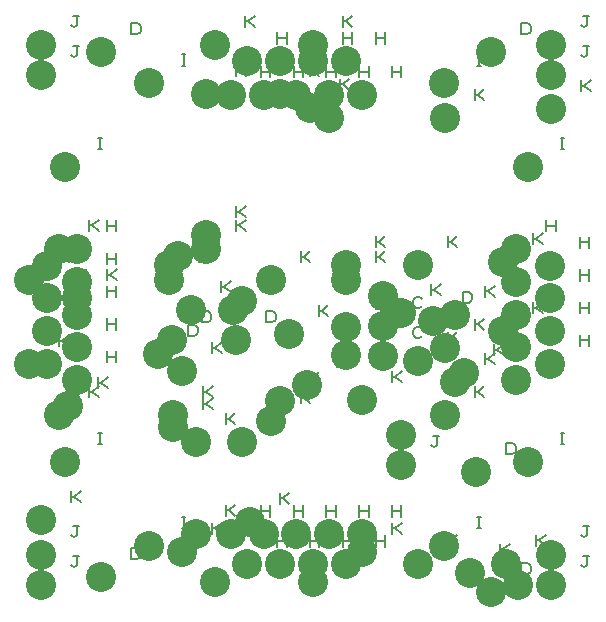
<source format=gbr>
%FSLAX14Y14*%
%MOIN*%
G04 EasyPC Gerber Version 18.0.1 Build 3581 *
%ADD71C,0.00500*%
%ADD87C,0.10000*%
X0Y0D02*
D02*
D71*
X2125Y9124D02*
Y9499D01*
Y9311D02*
X2219D01*
X2438Y9499*
X2219Y9311D02*
X2438Y9124D01*
X2125Y11924D02*
Y12299D01*
Y12111D02*
X2219D01*
X2438Y12299*
X2219Y12111D02*
X2438Y11924D01*
X2525Y1836D02*
X2556Y1805D01*
X2619Y1774*
X2681Y1805*
X2713Y1836*
Y2149*
X2775*
X2713D02*
X2588D01*
X2525Y2836D02*
X2556Y2805D01*
X2619Y2774*
X2681Y2805*
X2713Y2836*
Y3149*
X2775*
X2713D02*
X2588D01*
X2525Y3924D02*
Y4299D01*
Y4111D02*
X2619D01*
X2838Y4299*
X2619Y4111D02*
X2838Y3924D01*
X2525Y18836D02*
X2556Y18805D01*
X2619Y18774*
X2681Y18805*
X2713Y18836*
Y19149*
X2775*
X2713D02*
X2588D01*
X2525Y19836D02*
X2556Y19805D01*
X2619Y19774*
X2681Y19805*
X2713Y19836*
Y20149*
X2775*
X2713D02*
X2588D01*
X2700Y9138D02*
Y9513D01*
Y9325D02*
X3013D01*
Y9138D02*
Y9513D01*
X2700Y10228D02*
Y10603D01*
Y10416D02*
X3013D01*
Y10228D02*
Y10603D01*
X2700Y11319D02*
Y11694D01*
Y11507D02*
X3013D01*
Y11319D02*
Y11694D01*
X2700Y12410D02*
Y12785D01*
Y12597D02*
X3013D01*
Y12410D02*
Y12785D01*
X3125Y7424D02*
Y7799D01*
Y7611D02*
X3219D01*
X3438Y7799*
X3219Y7611D02*
X3438Y7424D01*
X3125Y12974D02*
Y13349D01*
Y13161D02*
X3219D01*
X3438Y13349*
X3219Y13161D02*
X3438Y12974D01*
X3409Y5854D02*
X3534D01*
X3471D02*
Y6229D01*
X3409D02*
X3534D01*
X3409Y15694D02*
X3534D01*
X3471D02*
Y16069D01*
X3409D02*
X3534D01*
X3425Y7724D02*
Y8099D01*
Y7911D02*
X3519D01*
X3738Y8099*
X3519Y7911D02*
X3738Y7724D01*
X3700Y8593D02*
Y8968D01*
Y8780D02*
X4013D01*
Y8593D02*
Y8968D01*
X3700Y9683D02*
Y10058D01*
Y9871D02*
X4013D01*
Y9683D02*
Y10058D01*
X3700Y10774D02*
Y11149D01*
Y10961D02*
X4013D01*
Y10774D02*
Y11149D01*
X3700Y11864D02*
Y12239D01*
Y12052D02*
X4013D01*
Y11864D02*
Y12239D01*
X3700Y12955D02*
Y13330D01*
Y13142D02*
X4013D01*
Y12955D02*
Y13330D01*
X3725Y11324D02*
Y11699D01*
Y11511D02*
X3819D01*
X4038Y11699*
X3819Y11511D02*
X4038Y11324D01*
X4525Y2024D02*
Y2399D01*
X4713*
X4775Y2368*
X4806Y2336*
X4838Y2274*
Y2149*
X4806Y2086*
X4775Y2055*
X4713Y2024*
X4525*
Y19524D02*
Y19899D01*
X4713*
X4775Y19868*
X4806Y19836*
X4838Y19774*
Y19649*
X4806Y19586*
X4775Y19555*
X4713Y19524*
X4525*
X6199Y3064D02*
X6324D01*
X6261D02*
Y3439D01*
X6199D02*
X6324D01*
X6199Y18484D02*
X6324D01*
X6261D02*
Y18859D01*
X6199D02*
X6324D01*
X6425Y9474D02*
Y9849D01*
X6613*
X6675Y9818*
X6706Y9786*
X6738Y9724*
Y9599*
X6706Y9536*
X6675Y9505*
X6613Y9474*
X6425*
X6775Y11924D02*
Y12299D01*
Y12111D02*
X6869D01*
X7088Y12299*
X6869Y12111D02*
X7088Y11924D01*
X6775Y12424D02*
Y12799D01*
Y12611D02*
X6869D01*
X7088Y12799*
X6869Y12611D02*
X7088Y12424D01*
X6875Y9924D02*
Y10299D01*
X7063*
X7125Y10268*
X7156Y10236*
X7188Y10174*
Y10049*
X7156Y9986*
X7125Y9955*
X7063Y9924*
X6875*
X6925Y7024D02*
Y7399D01*
Y7211D02*
X7019D01*
X7238Y7399*
X7019Y7211D02*
X7238Y7024D01*
X6925Y7424D02*
Y7799D01*
Y7611D02*
X7019D01*
X7238Y7799*
X7019Y7611D02*
X7238Y7424D01*
X7075Y12724D02*
Y13099D01*
Y12911D02*
X7169D01*
X7388Y13099*
X7169Y12911D02*
X7388Y12724D01*
X7225Y2874D02*
Y3249D01*
Y3061D02*
X7319D01*
X7538Y3249*
X7319Y3061D02*
X7538Y2874D01*
X7225Y8899D02*
Y9274D01*
Y9086D02*
X7319D01*
X7538Y9274*
X7319Y9086D02*
X7538Y8899D01*
X7525Y10924D02*
Y11299D01*
Y11111D02*
X7619D01*
X7838Y11299*
X7619Y11111D02*
X7838Y10924D01*
X7675Y3474D02*
Y3849D01*
Y3661D02*
X7769D01*
X7988Y3849*
X7769Y3661D02*
X7988Y3474D01*
X7675Y6524D02*
Y6899D01*
Y6711D02*
X7769D01*
X7988Y6899*
X7769Y6711D02*
X7988Y6524D01*
X8025Y12974D02*
Y13349D01*
Y13161D02*
X8119D01*
X8338Y13349*
X8119Y13161D02*
X8338Y12974D01*
X8025Y13424D02*
Y13799D01*
Y13611D02*
X8119D01*
X8338Y13799*
X8119Y13611D02*
X8338Y13424D01*
X8025Y18124D02*
Y18499D01*
Y18311D02*
X8119D01*
X8338Y18499*
X8119Y18311D02*
X8338Y18124D01*
X8325Y1874D02*
Y2249D01*
Y2061D02*
X8419D01*
X8638Y2249*
X8419Y2061D02*
X8638Y1874D01*
X8325Y19774D02*
Y20149D01*
Y19961D02*
X8419D01*
X8638Y20149*
X8419Y19961D02*
X8638Y19774D01*
X8844Y3449D02*
Y3824D01*
Y3636D02*
X9156D01*
Y3449D02*
Y3824D01*
X8844Y18099D02*
Y18474D01*
Y18286D02*
X9156D01*
Y18099D02*
Y18474D01*
X8925Y10924D02*
Y11299D01*
Y11111D02*
X9019D01*
X9238Y11299*
X9019Y11111D02*
X9238Y10924D01*
X9025Y9924D02*
Y10299D01*
X9213*
X9275Y10268*
X9306Y10236*
X9338Y10174*
Y10049*
X9306Y9986*
X9275Y9955*
X9213Y9924*
X9025*
X9225Y6524D02*
Y6899D01*
X9413*
X9475Y6868*
X9506Y6836*
X9538Y6774*
Y6649*
X9506Y6586*
X9475Y6555*
X9413Y6524*
X9225*
Y11224D02*
Y11599D01*
Y11411D02*
X9319D01*
X9538Y11599*
X9319Y11411D02*
X9538Y11224D01*
X9389Y2449D02*
Y2824D01*
Y2636D02*
X9702D01*
Y2449D02*
Y2824D01*
X9389Y19214D02*
Y19589D01*
Y19401D02*
X9702D01*
Y19214D02*
Y19589D01*
X9475Y3874D02*
Y4249D01*
Y4061D02*
X9569D01*
X9788Y4249*
X9569Y4061D02*
X9788Y3874D01*
X9934Y3449D02*
Y3824D01*
Y3636D02*
X10247D01*
Y3449D02*
Y3824D01*
X9934Y18099D02*
Y18474D01*
Y18286D02*
X10247D01*
Y18099D02*
Y18474D01*
X10175Y7224D02*
Y7599D01*
Y7411D02*
X10269D01*
X10488Y7599*
X10269Y7411D02*
X10488Y7224D01*
X10175Y11924D02*
Y12299D01*
Y12111D02*
X10269D01*
X10488Y12299*
X10269Y12111D02*
X10488Y11924D01*
X10475Y7899D02*
Y8274D01*
Y8086D02*
X10569D01*
X10788Y8274*
X10569Y8086D02*
X10788Y7899D01*
X10475Y18124D02*
Y18499D01*
Y18311D02*
X10569D01*
X10788Y18499*
X10569Y18311D02*
X10788Y18124D01*
X10480Y2449D02*
Y2824D01*
Y2636D02*
X10792D01*
Y2449D02*
Y2824D01*
X10480Y19214D02*
Y19589D01*
Y19401D02*
X10792D01*
Y19214D02*
Y19589D01*
X10775Y10124D02*
Y10499D01*
Y10311D02*
X10869D01*
X11088Y10499*
X10869Y10311D02*
X11088Y10124D01*
X11025Y3449D02*
Y3824D01*
Y3636D02*
X11338D01*
Y3449D02*
Y3824D01*
X11025Y18099D02*
Y18474D01*
Y18286D02*
X11338D01*
Y18099D02*
Y18474D01*
X11375Y8424D02*
Y8799D01*
Y8611D02*
X11469D01*
X11688Y8799*
X11469Y8611D02*
X11688Y8424D01*
X11475Y17674D02*
Y18049D01*
Y17861D02*
X11569D01*
X11788Y18049*
X11569Y17861D02*
X11788Y17674D01*
X11570Y2449D02*
Y2824D01*
Y2636D02*
X11883D01*
Y2449D02*
Y2824D01*
X11570Y19214D02*
Y19589D01*
Y19401D02*
X11883D01*
Y19214D02*
Y19589D01*
X11575Y1874D02*
Y2249D01*
Y2061D02*
X11669D01*
X11888Y2249*
X11669Y2061D02*
X11888Y1874D01*
X11575Y19774D02*
Y20149D01*
Y19961D02*
X11669D01*
X11888Y20149*
X11669Y19961D02*
X11888Y19774D01*
X12116Y3449D02*
Y3824D01*
Y3636D02*
X12428D01*
Y3449D02*
Y3824D01*
X12116Y18099D02*
Y18474D01*
Y18286D02*
X12428D01*
Y18099D02*
Y18474D01*
X12125Y17324D02*
Y17699D01*
Y17511D02*
X12219D01*
X12438Y17699*
X12219Y17511D02*
X12438Y17324D01*
X12661Y2449D02*
Y2824D01*
Y2636D02*
X12973D01*
Y2449D02*
Y2824D01*
X12661Y19214D02*
Y19589D01*
Y19401D02*
X12973D01*
Y19214D02*
Y19589D01*
X12675Y9424D02*
Y9799D01*
X12863*
X12925Y9768*
X12956Y9736*
X12988Y9674*
Y9549*
X12956Y9486*
X12925Y9455*
X12863Y9424*
X12675*
Y10374D02*
Y10749D01*
X12863*
X12925Y10718*
X12956Y10686*
X12988Y10624*
Y10499*
X12956Y10436*
X12925Y10405*
X12863Y10374*
X12675*
Y11924D02*
Y12299D01*
Y12111D02*
X12769D01*
X12988Y12299*
X12769Y12111D02*
X12988Y11924D01*
X12675Y12424D02*
Y12799D01*
Y12611D02*
X12769D01*
X12988Y12799*
X12769Y12611D02*
X12988Y12424D01*
X13206Y3449D02*
Y3824D01*
Y3636D02*
X13519D01*
Y3449D02*
Y3824D01*
X13206Y18099D02*
Y18474D01*
Y18286D02*
X13519D01*
Y18099D02*
Y18474D01*
X13225Y2874D02*
Y3249D01*
Y3061D02*
X13319D01*
X13538Y3249*
X13319Y3061D02*
X13538Y2874D01*
X13225Y7924D02*
Y8299D01*
Y8111D02*
X13319D01*
X13538Y8299*
X13319Y8111D02*
X13538Y7924D01*
X14213Y9461D02*
X14181Y9430D01*
X14119Y9399*
X14025*
X13963Y9430*
X13931Y9461*
X13900Y9524*
Y9649*
X13931Y9711*
X13963Y9743*
X14025Y9774*
X14119*
X14181Y9743*
X14213Y9711*
Y10461D02*
X14181Y10430D01*
X14119Y10399*
X14025*
X13963Y10430*
X13931Y10461*
X13900Y10524*
Y10649*
X13931Y10711*
X13963Y10743*
X14025Y10774*
X14119*
X14181Y10743*
X14213Y10711*
Y11461D02*
X14181Y11430D01*
X14119Y11399*
X14025*
X13963Y11430*
X13931Y11461*
X13900Y11524*
Y11649*
X13931Y11711*
X13963Y11743*
X14025Y11774*
X14119*
X14181Y11743*
X14213Y11711*
X14525Y5836D02*
X14556Y5805D01*
X14619Y5774*
X14681Y5805*
X14713Y5836*
Y6149*
X14775*
X14713D02*
X14588D01*
X14525Y6836D02*
X14556Y6805D01*
X14619Y6774*
X14681Y6805*
X14713Y6836*
Y7149*
X14775*
X14713D02*
X14588D01*
X14525Y10824D02*
Y11199D01*
Y11011D02*
X14619D01*
X14838Y11199*
X14619Y11011D02*
X14838Y10824D01*
X15075Y2474D02*
Y2849D01*
Y2661D02*
X15169D01*
X15388Y2849*
X15169Y2661D02*
X15388Y2474D01*
X15075Y9224D02*
Y9599D01*
Y9411D02*
X15169D01*
X15388Y9599*
X15169Y9411D02*
X15388Y9224D01*
X15075Y12424D02*
Y12799D01*
Y12611D02*
X15169D01*
X15388Y12799*
X15169Y12611D02*
X15388Y12424D01*
X15575Y10574D02*
Y10949D01*
X15763*
X15825Y10918*
X15856Y10886*
X15888Y10824*
Y10699*
X15856Y10636*
X15825Y10605*
X15763Y10574*
X15575*
X16039Y3064D02*
X16164D01*
X16101D02*
Y3439D01*
X16039D02*
X16164D01*
X16039Y18484D02*
X16164D01*
X16101D02*
Y18859D01*
X16039D02*
X16164D01*
X15975Y7424D02*
Y7799D01*
Y7611D02*
X16069D01*
X16288Y7799*
X16069Y7611D02*
X16288Y7424D01*
X15975Y9674D02*
Y10049D01*
Y9861D02*
X16069D01*
X16288Y10049*
X16069Y9861D02*
X16288Y9674D01*
X15975Y17324D02*
Y17699D01*
Y17511D02*
X16069D01*
X16288Y17699*
X16069Y17511D02*
X16288Y17324D01*
X16325Y8524D02*
Y8899D01*
Y8711D02*
X16419D01*
X16638Y8899*
X16419Y8711D02*
X16638Y8524D01*
X16325Y10774D02*
Y11149D01*
Y10961D02*
X16419D01*
X16638Y11149*
X16419Y10961D02*
X16638Y10774D01*
X16625Y8824D02*
Y9199D01*
Y9011D02*
X16719D01*
X16938Y9199*
X16719Y9011D02*
X16938Y8824D01*
X16825Y2174D02*
Y2549D01*
Y2361D02*
X16919D01*
X17138Y2549*
X16919Y2361D02*
X17138Y2174D01*
X17025Y5524D02*
Y5899D01*
X17213*
X17275Y5868*
X17306Y5836*
X17338Y5774*
Y5649*
X17306Y5586*
X17275Y5555*
X17213Y5524*
X17025*
X17525Y1524D02*
Y1899D01*
X17713*
X17775Y1868*
X17806Y1836*
X17838Y1774*
Y1649*
X17806Y1586*
X17775Y1555*
X17713Y1524*
X17525*
Y19524D02*
Y19899D01*
X17713*
X17775Y19868*
X17806Y19836*
X17838Y19774*
Y19649*
X17806Y19586*
X17775Y19555*
X17713Y19524*
X17525*
X17925Y10224D02*
Y10599D01*
Y10411D02*
X18019D01*
X18238Y10599*
X18019Y10411D02*
X18238Y10224D01*
X17925Y12524D02*
Y12899D01*
Y12711D02*
X18019D01*
X18238Y12899*
X18019Y12711D02*
X18238Y12524D01*
X18025Y2474D02*
Y2849D01*
Y2661D02*
X18119D01*
X18338Y2849*
X18119Y2661D02*
X18338Y2474D01*
X18350Y8593D02*
Y8968D01*
Y8780D02*
X18663D01*
Y8593D02*
Y8968D01*
X18350Y9683D02*
Y10058D01*
Y9871D02*
X18663D01*
Y9683D02*
Y10058D01*
X18350Y10774D02*
Y11149D01*
Y10961D02*
X18663D01*
Y10774D02*
Y11149D01*
X18350Y11864D02*
Y12239D01*
Y12052D02*
X18663D01*
Y11864D02*
Y12239D01*
X18350Y12955D02*
Y13330D01*
Y13142D02*
X18663D01*
Y12955D02*
Y13330D01*
X18425Y1774D02*
Y2149D01*
Y1961D02*
X18519D01*
X18738Y2149*
X18519Y1961D02*
X18738Y1774D01*
X18829Y5854D02*
X18954D01*
X18891D02*
Y6229D01*
X18829D02*
X18954D01*
X18829Y15694D02*
X18954D01*
X18891D02*
Y16069D01*
X18829D02*
X18954D01*
X19465Y9138D02*
Y9513D01*
Y9325D02*
X19778D01*
Y9138D02*
Y9513D01*
X19465Y10228D02*
Y10603D01*
Y10416D02*
X19778D01*
Y10228D02*
Y10603D01*
X19465Y11319D02*
Y11694D01*
Y11507D02*
X19778D01*
Y11319D02*
Y11694D01*
X19465Y12410D02*
Y12785D01*
Y12597D02*
X19778D01*
Y12410D02*
Y12785D01*
X19525Y1836D02*
X19556Y1805D01*
X19619Y1774*
X19681Y1805*
X19713Y1836*
Y2149*
X19775*
X19713D02*
X19588D01*
X19525Y2836D02*
X19556Y2805D01*
X19619Y2774*
X19681Y2805*
X19713Y2836*
Y3149*
X19775*
X19713D02*
X19588D01*
X19525Y17624D02*
Y17999D01*
Y17811D02*
X19619D01*
X19838Y17999*
X19619Y17811D02*
X19838Y17624D01*
X19525Y18836D02*
X19556Y18805D01*
X19619Y18774*
X19681Y18805*
X19713Y18836*
Y19149*
X19775*
X19713D02*
X19588D01*
X19525Y19836D02*
X19556Y19805D01*
X19619Y19774*
X19681Y19805*
X19713Y19836*
Y20149*
X19775*
X19713D02*
X19588D01*
D02*
D87*
X1125Y8530D03*
Y11330D03*
X1525Y1180D03*
Y2180D03*
Y3330D03*
Y18180D03*
Y19180D03*
X1700Y8544D03*
Y9635D03*
Y10725D03*
Y11816D03*
X2125Y6830D03*
Y12380D03*
X2315Y5260D03*
Y15100D03*
X2425Y7130D03*
X2700Y7999D03*
Y9089D03*
Y10180D03*
Y11271D03*
Y12361D03*
X2725Y10730D03*
X3525Y1430D03*
Y18930D03*
X5105Y2470D03*
Y17890D03*
X5425Y8880D03*
X5775Y11330D03*
Y11830D03*
X5875Y9330D03*
X5925Y6430D03*
Y6830D03*
X6075Y12130D03*
X6225Y2280D03*
Y8305D03*
X6525Y10330D03*
X6675Y2880D03*
Y5930D03*
X7025Y12380D03*
Y12830D03*
Y17530D03*
X7325Y1280D03*
Y19180D03*
X7844Y2855D03*
Y17505D03*
X7925Y10330D03*
X8025Y9330D03*
X8225Y5930D03*
Y10630D03*
X8389Y1855D03*
Y18620D03*
X8475Y3280D03*
X8934Y2855D03*
Y17505D03*
X9175Y6630D03*
Y11330D03*
X9475Y7305D03*
Y17530D03*
X9480Y1855D03*
Y18620D03*
X9775Y9530D03*
X10025Y2855D03*
Y17505D03*
X10375Y7830D03*
X10475Y17080D03*
X10570Y1855D03*
Y18620D03*
X10575Y1280D03*
Y19180D03*
X11116Y2855D03*
Y17505D03*
X11125Y16730D03*
X11661Y1855D03*
Y18620D03*
X11675Y8830D03*
Y9780D03*
Y11330D03*
Y11830D03*
X12206Y2855D03*
Y17505D03*
X12225Y2280D03*
Y7330D03*
X12900Y8805D03*
Y9805D03*
Y10805D03*
X13525Y5180D03*
Y6180D03*
Y10230D03*
X14075Y1880D03*
Y8630D03*
Y11830D03*
X14575Y9980D03*
X14945Y2470D03*
Y17890D03*
X14975Y6830D03*
Y9080D03*
Y16730D03*
X15325Y7930D03*
Y10180D03*
X15625Y8230D03*
X15825Y1580D03*
X16025Y4930D03*
X16525Y930D03*
Y18930D03*
X16925Y9630D03*
Y11930D03*
X17025Y1880D03*
X17350Y7999D03*
Y9089D03*
Y10180D03*
Y11271D03*
Y12361D03*
X17425Y1180D03*
X17735Y5260D03*
Y15100D03*
X18465Y8544D03*
Y9635D03*
Y10725D03*
Y11816D03*
X18525Y1180D03*
Y2180D03*
Y17030D03*
Y18180D03*
Y19180D03*
X0Y0D02*
M02*

</source>
